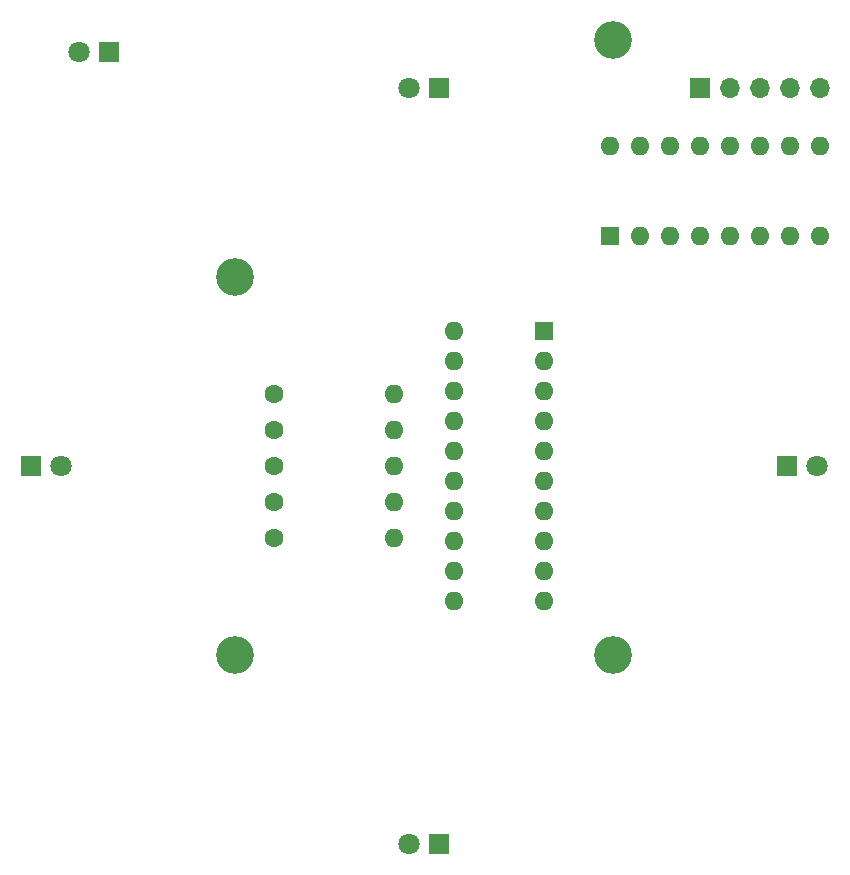
<source format=gbs>
%TF.GenerationSoftware,KiCad,Pcbnew,5.99.0-unknown-3b7f5a3db7~131~ubuntu20.04.1*%
%TF.CreationDate,2021-09-21T13:07:21-05:00*%
%TF.ProjectId,a2600-joystick-vizboard,61323630-302d-46a6-9f79-737469636b2d,rev?*%
%TF.SameCoordinates,Original*%
%TF.FileFunction,Soldermask,Bot*%
%TF.FilePolarity,Negative*%
%FSLAX46Y46*%
G04 Gerber Fmt 4.6, Leading zero omitted, Abs format (unit mm)*
G04 Created by KiCad (PCBNEW 5.99.0-unknown-3b7f5a3db7~131~ubuntu20.04.1) date 2021-09-21 13:07:21*
%MOMM*%
%LPD*%
G01*
G04 APERTURE LIST*
%ADD10C,3.200000*%
%ADD11O,1.600000X1.600000*%
%ADD12R,1.600000X1.600000*%
%ADD13C,1.600000*%
%ADD14R,1.700000X1.700000*%
%ADD15O,1.700000X1.700000*%
%ADD16R,1.800000X1.800000*%
%ADD17C,1.800000*%
G04 APERTURE END LIST*
D10*
X177038000Y-85725000D03*
X177038000Y-117729000D03*
X209042000Y-117729000D03*
X209042000Y-65659000D03*
D11*
X195566804Y-90297000D03*
X203186804Y-113157000D03*
X195566804Y-92837000D03*
X203186804Y-110617000D03*
X195566804Y-95377000D03*
X203186804Y-108077000D03*
X195566804Y-97917000D03*
X203186804Y-105537000D03*
X195566804Y-100457000D03*
X203186804Y-102997000D03*
X195566804Y-102997000D03*
X203186804Y-100457000D03*
X195566804Y-105537000D03*
X203186804Y-97917000D03*
X195566804Y-108077000D03*
X203186804Y-95377000D03*
X195566804Y-110617000D03*
X203186804Y-92837000D03*
X195566804Y-113157000D03*
D12*
X203186804Y-90297000D03*
X208788000Y-82296000D03*
D11*
X226568000Y-74676000D03*
X211328000Y-82296000D03*
X224028000Y-74676000D03*
X213868000Y-82296000D03*
X221488000Y-74676000D03*
X216408000Y-82296000D03*
X218948000Y-74676000D03*
X218948000Y-82296000D03*
X216408000Y-74676000D03*
X221488000Y-82296000D03*
X213868000Y-74676000D03*
X224028000Y-82296000D03*
X211328000Y-74676000D03*
X226568000Y-82296000D03*
X208788000Y-74676000D03*
D13*
X180322684Y-101727000D03*
D11*
X190482684Y-101727000D03*
D13*
X180322684Y-107823000D03*
D11*
X190482684Y-107823000D03*
D13*
X180322684Y-98679000D03*
D11*
X190482684Y-98679000D03*
D13*
X180322684Y-104775000D03*
D11*
X190482684Y-104775000D03*
D13*
X180322684Y-95631000D03*
D11*
X190482684Y-95631000D03*
D14*
X216408000Y-69723000D03*
D15*
X218948000Y-69723000D03*
X221488000Y-69723000D03*
X224028000Y-69723000D03*
X226568000Y-69723000D03*
D16*
X194315000Y-69723000D03*
D17*
X191775000Y-69723000D03*
D16*
X194315000Y-133731000D03*
D17*
X191775000Y-133731000D03*
X162301000Y-101727000D03*
D16*
X159761000Y-101727000D03*
D17*
X226309000Y-101727000D03*
D16*
X223769000Y-101727000D03*
X166375000Y-66675000D03*
D17*
X163835000Y-66675000D03*
M02*

</source>
